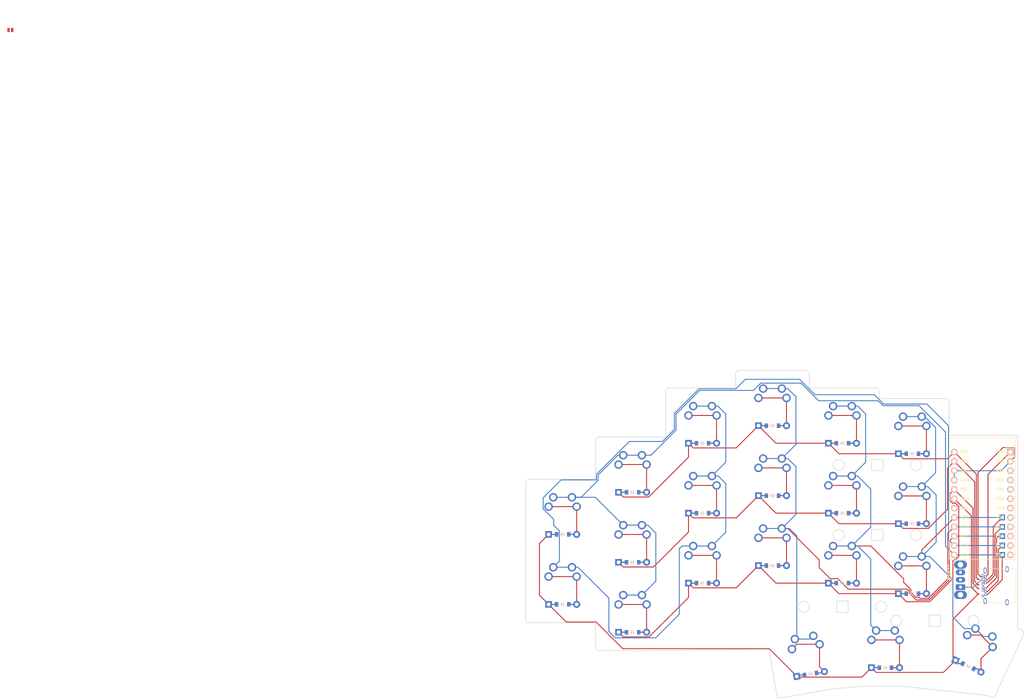
<source format=kicad_pcb>
(kicad_pcb (version 20221018) (generator pcbnew)
  (title_block (title "trone") (rev "v1.0.0") (company "Unknown"))
  (layers (0 "F.Cu" signal) (31 "B.Cu" signal) (34 "B.Paste" user) (35 "F.Paste" user) (36 "B.SilkS" user "B.Silkscreen") (37 "F.SilkS" user "F.Silkscreen") (38 "B.Mask" user) (39 "F.Mask" user) (44 "Edge.Cuts" user))
  (net 0 "")
  (net 1 "P8")
  (net 2 "outer_home")
  (net 3 "P9")
  (net 4 "outer_top")
  (net 5 "pinky_bottom")
  (net 6 "pinky_home")
  (net 7 "pinky_top")
  (net 8 "ring_bottom")
  (net 9 "ring_home")
  (net 10 "ring_top")
  (net 11 "P7")
  (net 12 "middle_bottom")
  (net 13 "middle_home")
  (net 14 "middle_top")
  (net 15 "P6")
  (net 16 "index_bottom")
  (net 17 "index_home")
  (net 18 "index_top")
  (net 19 "P5")
  (net 20 "inner_bottom")
  (net 21 "inner_home")
  (net 22 "inner_top")
  (net 23 "inner_fan")
  (net 24 "home_fan")
  (net 25 "outer_fan")
  (net 26 "P3")
  (net 27 "P2")
  (net 28 "P0")
  (net 29 "P1")
  (net 30 "GND")
  (net 31 "RAW")
  (net 32 "RST")
  (net 33 "VCC")
  (net 34 "P21")
  (net 35 "P20")
  (net 36 "P19")
  (net 37 "P18")
  (net 38 "P15")
  (net 39 "P14")
  (net 40 "P16")
  (net 41 "P10")
  (net 42 "P4")
  (footprint "MX" (layer "F.Cu") (at 226 107.235)
    (fp_text reference "S14" hide)
    (fp_text value "" hide)
  )
  (footprint "ComboDiode" (layer "F.Cu") (at 169 163.57)
    (fp_text reference "D3" hide)
    (fp_text value "" hide)
  )
  (footprint "MX" (layer "F.Cu") (at 226 145.235)
    (fp_text reference "S12" hide)
    (fp_text value "" hide)
  )
  (footprint "MX" (layer "F.Cu") (at 226 126.235)
    (fp_text reference "S13" hide)
    (fp_text value "" hide)
  )
  (footprint "ComboDiode" (layer "F.Cu") (at 226 131.235)
    (fp_text reference "D13" hide)
    (fp_text value "" hide)
  )
  (footprint "ComboDiode" (layer "F.Cu") (at 188 131.235)
    (fp_text reference "D7" hide)
    (fp_text value "" hide)
  )
  (footprint "MX" (layer "F.Cu") (at 169 120.57)
    (fp_text reference "S5" hide)
    (fp_text value "" hide)
  )
  (footprint "ComboDiode" (layer "F.Cu") (at 188 112.235)
    (fp_text reference "D8" hide)
    (fp_text value "" hide)
  )
  (footprint "ComboDiode" (layer "F.Cu") (at 207 145.4725)
    (fp_text reference "D9" hide)
    (fp_text value "" hide)
  )
  (footprint "MX" (layer "F.Cu") (at 207 121.4725)
    (fp_text reference "S10" hide)
    (fp_text value "" hide)
  )
  (footprint "ComboDiode" (layer "F.Cu") (at 150 137)
    (fp_text reference "D2" hide)
    (fp_text value "" hide)
  )
  (footprint "ComboDiode" (layer "F.Cu") (at 245 153.0925)
    (fp_text reference "D15" hide)
    (fp_text value "" hide)
  )
  (footprint "ComboDiode" (layer "F.Cu") (at 226 150.235)
    (fp_text reference "D12" hide)
    (fp_text value "" hide)
  )
  (footprint "ComboDiode" (layer "F.Cu") (at 260.168955 172.800554 -25)
    (fp_text reference "D20" hide)
    (fp_text value "" hide)
  )
  (footprint "MX" (layer "F.Cu") (at 188 126.235)
    (fp_text reference "S7" hide)
    (fp_text value "" hide)
  )
  (footprint "MX" (layer "F.Cu") (at 150 151)
    (fp_text reference "S1" hide)
    (fp_text value "" hide)
  )
  (footprint "ComboDiode" (layer "F.Cu") (at 207 107.4725)
    (fp_text reference "D11" hide)
    (fp_text value "" hide)
  )
  (footprint "ComboDiode" (layer "F.Cu") (at 169 125.57)
    (fp_text reference "D5" hide)
    (fp_text value "" hide)
  )
  (footprint "ComboDiode" (layer "F.Cu") (at 169 144.57)
    (fp_text reference "D4" hide)
    (fp_text value "" hide)
  )
  (footprint "ComboDiode" (layer "F.Cu") (at 245 115.0925)
    (fp_text reference "D17" hide)
    (fp_text value "" hide)
  )
  (footprint "ComboDiode" (layer "F.Cu") (at 217.343241 174.924039 10)
    (fp_text reference "D18" hide)
    (fp_text value "" hide)
  )
  (footprint "MX" (layer "F.Cu") (at 245 148.0925)
    (fp_text reference "S15" hide)
    (fp_text value "" hide)
  )
  (footprint "MX" (layer "F.Cu") (at 188 107.235)
    (fp_text reference "S8" hide)
    (fp_text value "" hide)
  )
  (footprint "Button_Switch_THT:SW_Slide_1P2T_CK_OS102011MS2Q" (layer "F.Cu") (at 258.064 151.32 90)
    (fp_text reference "REF**")
    (fp_text value "SW_Slide_1P2T_CK_OS102011MS2Q")
  )
  (footprint "ComboDiode" (layer "F.Cu") (at 207 126.4725)
    (fp_text reference "D10" hide)
    (fp_text value "" hide)
  )
  (footprint "MX" (layer "F.Cu") (at 237.686347 168.200685)
    (fp_text reference "S19" hide)
    (fp_text value "" hide)
  )
  (footprint "MX" (layer "F.Cu") (at 150 132)
    (fp_text reference "S2" hide)
    (fp_text value "" hide)
  )
  (footprint "MX" (layer "F.Cu") (at 169 139.57)
    (fp_text reference "S4" hide)
    (fp_text value "" hide)
  )
  (footprint "ComboDiode" (layer "F.Cu") (at 188 150.235)
    (fp_text reference "D6" hide)
    (fp_text value "" hide)
  )
  (footprint "MX" (layer "F.Cu") (at 245 129.0925)
    (fp_text reference "S16" hide)
    (fp_text value "" hide)
  )
  (footprint "MX" (layer "F.Cu") (at 216.475 170 10)
    (fp_text reference "S18" hide)
    (fp_text value "" hide)
  )
  (footprint "ComboDiode" (layer "F.Cu") (at 237.686347 173.200685)
    (fp_text reference "D19" hide)
    (fp_text value "" hide)
  )
  (footprint "lib:Jumper" (layer "F.Cu") (at 0 0)
    (fp_text reference "J1" hide)
    (fp_text value "Jumper")
  )
  (footprint "ComboDiode" (layer "F.Cu") (at 150 156)
    (fp_text reference "D1" hide)
    (fp_text value "" hide)
  )
  (footprint "ComboDiode" (layer "F.Cu") (at 226 112.235)
    (fp_text reference "D14" hide)
    (fp_text value "" hide)
  )
  (footprint "MX" (layer "F.Cu") (at 188 145.235)
    (fp_text reference "S6" hide)
    (fp_text value "" hide)
  )
  (footprint "ProMicro" (layer "F.Cu") (at 264 128.5925 -90)
    (fp_text reference "MCU1" hide)
    (fp_text value "" hide)
  )
  (footprint "MX" (layer "F.Cu") (at 207 140.4725)
    (fp_text reference "S9" hide)
    (fp_text value "" hide)
  )
  (footprint "ComboDiode" (layer "F.Cu") (at 245 134.0925)
    (fp_text reference "D16" hide)
    (fp_text value "" hide)
  )
  (footprint "MX" (layer "F.Cu") (at 207 102.4725)
    (fp_text reference "S11" hide)
    (fp_text value "" hide)
  )
  (footprint "MX" (layer "F.Cu") (at 169 158.57)
    (fp_text reference "S3" hide)
    (fp_text value "" hide)
  )
  (footprint "MX" (layer "F.Cu") (at 245 110.0925)
    (fp_text reference "S17" hide)
    (fp_text value "" hide)
  )
  (footprint "MX" (layer "F.Cu") (at 262.282046 168.269015 -25)
    (fp_text reference "S20" hide)
    (fp_text value "" hide)
  )
  (footprint "AMPHENOL_12401548E4#2A" (layer "F.Cu") (at 267.86 150.95 90)
    (fp_text reference "USBC1" hide)
    (fp_text value "")
    (fp_line (start 3.45 -4.015) (end 3.75 -4.015) (stroke (width 0.01)) (layer "Edge.Cuts"))
    (fp_line (start 3.75 -4.665) (end 3.45 -4.665) (stroke (width 0.01)) (layer "Edge.Cuts"))
    (fp_arc (start 3.125 -4.34) (mid 3.22019 -4.56981) (end 3.45 -4.665) (stroke (width 0.01)) (layer "Edge.Cuts"))
    (fp_arc (start 3.45 -4.015) (mid 3.22019 -4.11019) (end 3.125 -4.34) (stroke (width 0.01)) (layer "Edge.Cuts"))
    (fp_arc (start 3.75 -4.665) (mid 3.97981 -4.56981) (end 4.075 -4.34) (stroke (width 0.01)) (layer "Edge.Cuts"))
    (fp_arc (start 4.075 -4.34) (mid 3.97981 -4.11019) (end 3.75 -4.015) (stroke (width 0.01)) (layer "Edge.Cuts"))
  )
  (gr_line (start 252.646 162.025) (end 252.646 158.925) (stroke (width 0.15)) (layer "Edge.Cuts"))
  (gr_line (start 206.010498 168.240565) (end 208.189756 180.599752) (stroke (width 0.15)) (layer "Edge.Cuts"))
  (gr_arc (start 141 161) (mid 140.292893 160.707107) (end 140 160) (stroke (width 0.15)) (layer "Edge.Cuts"))
  (gr_line (start 140 123) (end 140 141) (stroke (width 0.15)) (layer "Edge.Cuts"))
  (gr_line (start 227.55 158.215) (end 227.55 155.115) (stroke (width 0.15)) (layer "Edge.Cuts"))
  (gr_line (start 216 92.4725) (end 198 92.4725) (stroke (width 0.15)) (layer "Edge.Cuts"))
  (gr_line (start 237.05 135.61375) (end 233.95 135.61375) (stroke (width 0.15)) (layer "Edge.Cuts"))
  (gr_line (start 237.05 119.71375) (end 237.05 116.61375) (stroke (width 0.15)) (layer "Edge.Cuts"))
  (gr_arc (start 159 111.57) (mid 159.292893 110.862893) (end 160 110.57) (stroke (width 0.15)) (layer "Edge.Cuts"))
  (gr_line (start 178 98.235) (end 178 110.57) (stroke (width 0.15)) (layer "Edge.Cuts"))
  (gr_line (start 236 100.0925) (end 236 98.235) (stroke (width 0.15)) (layer "Edge.Cuts"))
  (gr_line (start 159 111.57) (end 159 122) (stroke (width 0.15)) (layer "Edge.Cuts"))
  (gr_circle (center 225 137.16375) (end 226.5 137.16375) (stroke (width 0.15)) (fill none) (layer "Edge.Cuts"))
  (gr_line (start 197 97.235) (end 179 97.235) (stroke (width 0.15)) (layer "Edge.Cuts"))
  (gr_line (start 141 161) (end 159 161) (stroke (width 0.15)) (layer "Edge.Cuts"))
  (gr_circle (center 225 118.16375) (end 226.5 118.16375) (stroke (width 0.15)) (fill none) (layer "Edge.Cuts"))
  (gr_line (start 197 93.4725) (end 197 97.235) (stroke (width 0.15)) (layer "Edge.Cuts"))
  (gr_line (start 159 161) (end 159 167.57) (stroke (width 0.15)) (layer "Edge.Cuts"))
  (gr_line (start 227.55 155.115) (end 224.45 155.115) (stroke (width 0.15)) (layer "Edge.Cuts"))
  (gr_line (start 255 110.0925) (end 255 101.0925) (stroke (width 0.15)) (layer "Edge.Cuts"))
  (gr_arc (start 274.665 163.009502) (mid 275.182074 163.57379) (end 275.148688 164.338428) (stroke (width 0.15)) (layer "Edge.Cuts"))
  (gr_arc (start 235 97.235) (mid 235.707107 97.527893) (end 236 98.235) (stroke (width 0.15)) (layer "Edge.Cuts"))
  (gr_line (start 169 168.6665) (end 169 168.57) (stroke (width 0.15)) (layer "Edge.Cuts"))
  (gr_line (start 177.38511 168.57) (end 169 168.6665) (stroke (width 0.15)) (layer "Edge.Cuts"))
  (gr_arc (start 216 92.4725) (mid 216.707107 92.765393) (end 217 93.4725) (stroke (width 0.15)) (layer "Edge.Cuts"))
  (gr_line (start 265.419804 180.765955) (end 266.212634 181.135657) (stroke (width 0.15)) (layer "Edge.Cuts"))
  (gr_circle (center 261.596 160.475) (end 263.096 160.475) (stroke (width 0.15)) (fill none) (layer "Edge.Cuts"))
  (gr_circle (center 240.596 160.475) (end 242.096 160.475) (stroke (width 0.15)) (fill none) (layer "Edge.Cuts"))
  (gr_line (start 178 110.57) (end 160 110.57) (stroke (width 0.15)) (layer "Edge.Cuts"))
  (gr_arc (start 140.133975 141.5) (mid 140.034075 141.258819) (end 140 141) (stroke (width 0.15)) (layer "Edge.Cuts"))
  (gr_line (start 274.664999 163.009502) (end 273.575 162.501227) (stroke (width 0.15)) (layer "Edge.Cuts"))
  (gr_circle (center 246 118.16375) (end 247.5 118.16375) (stroke (width 0.15)) (fill none) (layer "Edge.Cuts"))
  (gr_arc (start 197 93.4725) (mid 197.292893 92.765393) (end 198 92.4725) (stroke (width 0.15)) (layer "Edge.Cuts"))
  (gr_line (start 249.546 162.025) (end 252.646 162.025) (stroke (width 0.15)) (layer "Edge.Cuts"))
  (gr_line (start 237.05 138.71375) (end 237.05 135.61375) (stroke (width 0.15)) (layer "Edge.Cuts"))
  (gr_line (start 177.38511 168.57) (end 178 168.57) (stroke (width 0.15)) (layer "Edge.Cuts"))
  (gr_line (start 160 168.57) (end 169 168.57) (stroke (width 0.15)) (layer "Edge.Cuts"))
  (gr_line (start 237.05 116.61375) (end 233.95 116.61375) (stroke (width 0.15)) (layer "Edge.Cuts"))
  (gr_line (start 235 97.235) (end 217 97.235) (stroke (width 0.15)) (layer "Edge.Cuts"))
  (gr_line (start 233.95 119.71375) (end 237.05 119.71375) (stroke (width 0.15)) (layer "Edge.Cuts"))
  (gr_line (start 233.95 138.71375) (end 237.05 138.71375) (stroke (width 0.15)) (layer "Edge.Cuts"))
  (gr_line (start 232.071885 178.200685) (end 242.019315 178.200685) (stroke (width 0.15)) (layer "Edge.Cuts"))
  (gr_arc (start 267.54156 180.651968) (mid 266.977272 181.169042) (end 266.212633 181.135657) (stroke (width 0.15)) (layer "Edge.Cuts"))
  (gr_arc (start 209.348213 181.410911) (mid 208.600988 181.245256) (end 208.189756 180.599752) (stroke (width 0.15)) (layer "Edge.Cuts"))
  (gr_line (start 209.348212 181.410911) (end 223.387464 178.935412) (stroke (width 0.15)) (layer "Edge.Cuts"))
  (gr_line (start 249.546 158.925) (end 249.546 162.025) (stroke (width 0.15)) (layer "Edge.Cuts"))
  (gr_line (start 273.575 110.0925) (end 273.575 162.501227) (stroke (width 0.15)) (layer "Edge.Cuts"))
  (gr_line (start 224.45 155.115) (end 224.45 158.215) (stroke (width 0.15)) (layer "Edge.Cuts"))
  (gr_line (start 265.419804 180.765955) (end 242.019315 178.200685) (stroke (width 0.15)) (layer "Edge.Cuts"))
  (gr_line (start 217 97.235) (end 217 93.4725) (stroke (width 0.15)) (layer "Edge.Cuts"))
  (gr_line (start 233.95 135.61375) (end 233.95 138.71375) (stroke (width 0.15)) (layer "Edge.Cuts"))
  (gr_line (start 254 100.0925) (end 236 100.0925) (stroke (width 0.15)) (layer "Edge.Cuts"))
  (gr_line (start 140 142) (end 140 160) (stroke (width 0.15)) (layer "Edge.Cuts"))
  (gr_line (start 206.010498 168.240565) (end 178.130721 168.561419) (stroke (width 0.15)) (layer "Edge.Cuts"))
  (gr_circle (center 246 137.16375) (end 247.5 137.16375) (stroke (width 0.15)) (fill none) (layer "Edge.Cuts"))
  (gr_arc (start 140 142) (mid 140.034074 141.741181) (end 140.133975 141.5) (stroke (width 0.15)) (layer "Edge.Cuts"))
  (gr_arc (start 160 168.57) (mid 159.292893 168.277107) (end 159 167.57) (stroke (width 0.15)) (layer "Edge.Cuts"))
  (gr_line (start 267.54156 180.651968) (end 275.148688 164.338428) (stroke (width 0.15)) (layer "Edge.Cuts"))
  (gr_line (start 159 122) (end 141 122) (stroke (width 0.15)) (layer "Edge.Cuts"))
  (gr_circle (center 215.5 156.665) (end 217 156.665) (stroke (width 0.15)) (fill none) (layer "Edge.Cuts"))
  (gr_line (start 233.95 116.61375) (end 233.95 119.71375) (stroke (width 0.15)) (layer "Edge.Cuts"))
  (gr_arc (start 178.130721 168.561419) (mid 178.065501 168.567852) (end 178 168.57) (stroke (width 0.15)) (layer "Edge.Cuts"))
  (gr_line (start 252.646 158.925) (end 249.546 158.925) (stroke (width 0.15)) (layer "Edge.Cuts"))
  (gr_arc (start 254 100.0925) (mid 254.707107 100.385393) (end 255 101.0925) (stroke (width 0.15)) (layer "Edge.Cuts"))
  (gr_arc (start 178 98.235) (mid 178.292893 97.527893) (end 179 97.235) (stroke (width 0.15)) (layer "Edge.Cuts"))
  (gr_line (start 255 110.0925) (end 273.575 110.0925) (stroke (width 0.15)) (layer "Edge.Cuts"))
  (gr_line (start 232.071885 178.200685) (end 223.387464 178.935412) (stroke (width 0.15)) (layer "Edge.Cuts"))
  (gr_arc (start 140 123) (mid 140.292893 122.292893) (end 141 122) (stroke (width 0.15)) (layer "Edge.Cuts"))
  (gr_circle (center 236.5 156.665) (end 238 156.665) (stroke (width 0.15)) (fill none) (layer "Edge.Cuts"))
  (gr_line (start 224.45 158.215) (end 227.55 158.215) (stroke (width 0.15)) (layer "Edge.Cuts"))
  (segment (start 264.87 152.55) (end 265.364974 152.55) (width 0.25) (layer "F.Cu") (net 1))
  (segment (start 265.364974 152.55) (end 268.313 149.601974) (width 0.25) (layer "F.Cu") (net 1))
  (segment (start 268.313 141.1095) (end 269.4 140.0225) (width 0.25) (layer "F.Cu") (net 1))
  (segment (start 268.313 149.601974) (end 268.313 141.1095) (width 0.25) (layer "F.Cu") (net 1))
  (segment (start 194.3059 136.3891) (end 190.54 140.155) (width 0.25) (layer "B.Cu") (net 1))
  (segment (start 185.46 121.155) (end 190.54 121.155) (width 0.25) (layer "B.Cu") (net 1))
  (segment (start 190.54 121.155) (end 192.275 121.155) (width 0.25) (layer "B.Cu") (net 1))
  (segment (start 197.082843 97.435) (end 199.637843 94.88) (width 0.25) (layer "B.Cu") (net 1))
  (segment (start 149.125 144.255) (end 149.125 136.075) (width 0.25) (layer "B.Cu") (net 1))
  (segment (start 144.722 130.068066) (end 144.722 127.058) (width 0.25) (layer "B.Cu") (net 1))
  (segment (start 149.125 136.075) (end 147.575 134.525) (width 0.25) (layer "B.Cu") (net 1))
  (segment (start 248.92 101.6) (end 254.8 107.48) (width 0.25) (layer "B.Cu") (net 1))
  (segment (start 162.56 154.323554) (end 162.56 163.368) (width 0.25) (layer "B.Cu") (net 1))
  (segment (start 194.3059 104.304454) (end 194.3059 117.3891) (width 0.25) (layer "B.Cu") (net 1))
  (segment (start 214.362157 94.88) (end 218.542157 99.06) (width 0.25) (layer "B.Cu") (net 1))
  (segment (start 185.46 102.155) (end 190.54 102.155) (width 0.25) (layer "B.Cu") (net 1))
  (segment (start 194.3059 123.1859) (end 194.3059 136.3891) (width 0.25) (layer "B.Cu") (net 1))
  (segment (start 256.38 140.0225) (end 269.4 140.0225) (width 0.25) (layer "B.Cu") (net 1))
  (segment (start 185.46 140.155) (end 190.54 140.155) (width 0.25) (layer "B.Cu") (net 1))
  (segment (start 177.092843 111.76) (end 180.34 108.512843) (width 0.25) (layer "B.Cu") (net 1))
  (segment (start 181.6941 158.6659) (end 181.6941 140.8859) (width 0.25) (layer "B.Cu") (net 1))
  (segment (start 175.26 165.1) (end 181.6941 158.6659) (width 0.25) (layer "B.Cu") (net 1))
  (segment (start 182.425 140.155) (end 185.46 140.155) (width 0.25) (layer "B.Cu") (net 1))
  (segment (start 147.575 132.921066) (end 144.722 130.068066) (width 0.25) (layer "B.Cu") (net 1))
  (segment (start 190.54 102.155) (end 192.156446 102.155) (width 0.25) (layer "B.Cu") (net 1))
  (segment (start 168.113934 111.76) (end 177.092843 111.76) (width 0.25) (layer "B.Cu") (net 1))
  (segment (start 164.292 165.1) (end 175.26 165.1) (width 0.25) (layer "B.Cu") (net 1))
  (segment (start 144.722 127.058) (end 149.58 122.2) (width 0.25) (layer "B.Cu") (net 1))
  (segment (start 180.34 108.512843) (end 180.34 104.14) (width 0.25) (layer "B.Cu") (net 1))
  (segment (start 159.2 120.673934) (end 168.113934 111.76) (width 0.25) (layer "B.Cu") (net 1))
  (segment (start 147.575 134.525) (end 147.575 132.921066) (width 0.25) (layer "B.Cu") (net 1))
  (segment (start 194.3059 117.3891) (end 190.54 121.155) (width 0.25) (layer "B.Cu") (net 1))
  (segment (start 152.54 145.92) (end 154.156446 145.92) (width 0.25) (layer "B.Cu") (net 1))
  (segment (start 159.2 122.082843) (end 159.2 120.673934) (width 0.25) (layer "B.Cu") (net 1))
  (segment (start 180.34 104.14) (end 187.045 97.435) (width 0.25) (layer "B.Cu") (net 1))
  (segment (start 234.684657 99.06) (end 237.224657 101.6) (width 0.25) (layer "B.Cu") (net 1))
  (segment (start 181.6941 140.8859) (end 182.425 140.155) (width 0.25) (layer "B.Cu") (net 1))
  (segment (start 218.542157 99.06) (end 234.684657 99.06) (width 0.25) (layer "B.Cu") (net 1))
  (segment (start 159.082843 122.2) (end 159.2 122.082843) (width 0.25) (layer "B.Cu") (net 1))
  (segment (start 254.8 107.48) (end 254.8 138.4425) (width 0.25) (layer "B.Cu") (net 1))
  (segment (start 192.156446 102.155) (end 194.3059 104.304454) (width 0.25) (layer "B.Cu") (net 1))
  (segment (start 187.045 97.435) (end 197.082843 97.435) (width 0.25) (layer "B.Cu") (net 1))
  (segment (start 254.8 138.4425) (end 256.38 140.0225) (width 0.25) (layer "B.Cu") (net 1))
  (segment (start 192.275 121.155) (end 194.3059 123.1859) (width 0.25) (layer "B.Cu") (net 1))
  (segment (start 199.637843 94.88) (end 214.362157 94.88) (width 0.25) (layer "B.Cu") (net 1))
  (segment (start 147.46 145.92) (end 152.54 145.92) (width 0.25) (layer "B.Cu") (net 1))
  (segment (start 147.46 145.92) (end 149.125 144.255) (width 0.25) (layer "B.Cu") (net 1))
  (segment (start 162.56 163.368) (end 164.292 165.1) (width 0.25) (layer "B.Cu") (net 1))
  (segment (start 237.224657 101.6) (end 248.92 101.6) (width 0.25) (layer "B.Cu") (net 1))
  (segment (start 149.58 122.2) (end 159.082843 122.2) (width 0.25) (layer "B.Cu") (net 1))
  (segment (start 154.156446 145.92) (end 162.56 154.323554) (width 0.25) (layer "B.Cu") (net 1))
  (segment (start 151.65 156) (end 153.81 156) (width 0.25) (layer "F.Cu") (net 2))
  (segment (start 146.19 148.46) (end 153.81 148.46) (width 0.25) (layer "F.Cu") (net 2))
  (segment (start 153.81 156) (end 153.81 148.46) (width 0.25) (layer "F.Cu") (net 2))
  (segment (start 151.65 156) (end 153.81 156) (width 0.25) (layer "B.Cu") (net 2))
  (segment (start 265.364974 153.35) (end 269.4 149.314974) (width 0.25) (layer "F.Cu") (net 3))
  (segment (start 269.4 149.314974) (end 269.4 142.5625) (width 0.25) (layer "F.Cu") (net 3))
  (segment (start 264.87 153.35) (end 265.364974 153.35) (width 0.25) (layer "F.Cu") (net 3))
  (segment (start 246.829501 102.049501) (end 254 109.22) (width 0.25) (layer "B.Cu") (net 3))
  (segment (start 175.3059 136.639454) (end 175.3059 149.7241) (width 0.25) (layer "B.Cu") (net 3))
  (segment (start 166.46 115.49) (end 165.019624 115.49) (width 0.25) (layer "B.Cu") (net 3))
  (segment (start 166.46 134.49) (end 171.54 134.49) (width 0.25) (layer "B.Cu") (net 3))
  (segment (start 180.789501 104.326189) (end 187.231189 97.884501) (width 0.25) (layer "B.Cu") (net 3))
  (segment (start 155.02 126.92) (end 152.54 126.92) (width 0.25) (layer "B.Cu") (net 3))
  (segment (start 254 109.22) (end 254 140.1825) (width 0.25) (layer "B.Cu") (net 3))
  (segment (start 171.54 134.49) (end 173.156446 134.49) (width 0.25) (layer "B.Cu") (net 3))
  (segment (start 187.231189 97.884501) (end 201.835499 97.884501) (width 0.25) (layer "B.Cu") (net 3))
  (segment (start 175.3059 149.7241) (end 171.54 153.49) (width 0.25) (layer "B.Cu") (net 3))
  (segment (start 158.89 126.92) (end 166.46 134.49) (width 0.25) (layer "B.Cu") (net 3))
  (segment (start 173.156446 134.49) (end 175.3059 136.639454) (width 0.25) (layer "B.Cu") (net 3))
  (segment (start 256.38 142.5625) (end 269.4 142.5625) (width 0.25) (layer "B.Cu") (net 3))
  (segment (start 165.019624 115.49) (end 159.649501 120.860123) (width 0.25) (layer "B.Cu") (net 3))
  (segment (start 166.46 115.49) (end 171.54 115.49) (width 0.25) (layer "B.Cu") (net 3))
  (segment (start 214.770967 95.9245) (end 219.533467 100.687) (width 0.25) (layer "B.Cu") (net 3))
  (segment (start 159.649501 120.860123) (end 159.649501 122.290499) (width 0.25) (layer "B.Cu") (net 3))
  (segment (start 201.835499 97.884501) (end 203.7955 95.9245) (width 0.25) (layer "B.Cu") (net 3))
  (segment (start 166.46 153.49) (end 171.54 153.49) (width 0.25) (layer "B.Cu") (net 3))
  (segment (start 237.038468 102.049501) (end 246.829501 102.049501) (width 0.25) (layer "B.Cu") (net 3))
  (segment (start 254 140.1825) (end 256.38 142.5625) (width 0.25) (layer "B.Cu") (net 3))
  (segment (start 171.54 115.49) (end 173.998533 115.49) (width 0.25) (layer "B.Cu") (net 3))
  (segment (start 203.7955 95.9245) (end 214.770967 95.9245) (width 0.25) (layer "B.Cu") (net 3))
  (segment (start 219.533467 100.687) (end 235.675967 100.687) (width 0.25) (layer "B.Cu") (net 3))
  (segment (start 147.46 126.92) (end 152.54 126.92) (width 0.25) (layer "B.Cu") (net 3))
  (segment (start 180.789501 108.699032) (end 180.789501 104.326189) (width 0.25) (layer "B.Cu") (net 3))
  (segment (start 152.54 126.92) (end 158.89 126.92) (width 0.25) (layer "B.Cu") (net 3))
  (segment (start 159.649501 122.290499) (end 155.02 126.92) (width 0.25) (layer "B.Cu") (net 3))
  (segment (start 173.998533 115.49) (end 180.789501 108.699032) (width 0.25) (layer "B.Cu") (net 3))
  (segment (start 235.675967 100.687) (end 237.038468 102.049501) (width 0.25) (layer "B.Cu") (net 3))
  (segment (start 146.19 129.46) (end 153.81 129.46) (width 0.25) (layer "F.Cu") (net 4))
  (segment (start 151.65 137) (end 153.81 137) (width 0.25) (layer "F.Cu") (net 4))
  (segment (start 153.81 137) (end 153.81 129.46) (width 0.25) (layer "F.Cu") (net 4))
  (segment (start 151.65 137) (end 153.81 137) (width 0.25) (layer "B.Cu") (net 4))
  (segment (start 165.19 156.03) (end 172.81 156.03) (width 0.25) (layer "F.Cu") (net 5))
  (segment (start 170.65 163.57) (end 172.81 163.57) (width 0.25) (layer "F.Cu") (net 5))
  (segment (start 172.81 156.03) (end 172.81 163.57) (width 0.25) (layer "F.Cu") (net 5))
  (segment (start 170.65 163.57) (end 172.81 163.57) (width 0.25) (layer "B.Cu") (net 5))
  (segment (start 172.81 137.03) (end 172.81 144.57) (width 0.25) (layer "F.Cu") (net 6))
  (segment (start 170.65 144.57) (end 172.81 144.57) (width 0.25) (layer "F.Cu") (net 6))
  (segment (start 165.19 137.03) (end 172.81 137.03) (width 0.25) (layer "F.Cu") (net 6))
  (segment (start 170.65 144.57) (end 172.81 144.57) (width 0.25) (layer "B.Cu") (net 6))
  (segment (start 165.19 118.03) (end 172.81 118.03) (width 0.25) (layer "F.Cu") (net 7))
  (segment (start 170.65 125.57) (end 172.81 125.57) (width 0.25) (layer "F.Cu") (net 7))
  (segment (start 172.81 118.03) (end 172.81 125.57) (width 0.25) (layer "F.Cu") (net 7))
  (segment (start 170.65 125.57) (end 172.81 125.57) (width 0.25) (layer "B.Cu") (net 7))
  (segment (start 189.65 150.235) (end 191.81 150.235) (width 0.25) (layer "F.Cu") (net 8))
  (segment (start 191.81 150.235) (end 191.81 142.695) (width 0.25) (layer "F.Cu") (net 8))
  (segment (start 184.19 142.695) (end 191.81 142.695) (width 0.25) (layer "F.Cu") (net 8))
  (segment (start 189.65 150.235) (end 191.81 150.235) (width 0.25) (layer "B.Cu") (net 8))
  (segment (start 191.81 131.235) (end 191.81 123.695) (width 0.25) (layer "F.Cu") (net 9))
  (segment (start 184.19 123.695) (end 191.81 123.695) (width 0.25) (layer "F.Cu") (net 9))
  (segment (start 189.65 131.235) (end 191.81 131.235) (width 0.25) (layer "F.Cu") (net 9))
  (segment (start 189.65 131.235) (end 191.81 131.235) (width 0.25) (layer "B.Cu") (net 9))
  (segment (start 189.65 112.235) (end 191.81 112.235) (width 0.25) (layer "F.Cu") (net 10))
  (segment (start 191.81 112.235) (end 191.81 104.695) (width 0.25) (layer "F.Cu") (net 10))
  (segment (start 184.19 104.695) (end 191.81 104.695) (width 0.25) (layer "F.Cu") (net 10))
  (segment (start 189.65 112.235) (end 191.81 112.235) (width 0.25) (layer "B.Cu") (net 10))
  (segment (start 244.125 152.903896) (end 246.040605 154.819501) (width 0.25) (layer "F.Cu") (net 11))
  (segment (start 219.6941 146.0341) (end 222.681 149.021) (width 0.25) (layer "F.Cu") (net 11))
  (segment (start 255.074499 138.788001) (end 256.38 137.4825) (width 0.25) (layer "F.Cu") (net 11))
  (segment (start 222.681 149.021) (end 224.736 149.021) (width 0.25) (layer "F.Cu") (net 11))
  (segment (start 255.074499 149.270349) (end 255.074499 138.788001) (width 0.25) (layer "F.Cu") (net 11))
  (segment (start 211.156446 135.3925) (end 219.6941 143.930154) (width 0.25) (layer "F.Cu") (net 11))
  (segment (start 246.040605 154.819501) (end 249.525347 154.819501) (width 0.25) (layer "F.Cu") (net 11))
  (segment (start 267.863499 138.007001) (end 268.388 137.4825) (width 0.25) (layer "F.Cu") (net 11))
  (segment (start 268.388 137.4825) (end 269.4 137.4825) (width 0.25) (layer "F.Cu") (net 11))
  (segment (start 227.5935 151.8785) (end 243.551 151.8785) (width 0.25) (layer "F.Cu") (net 11))
  (segment (start 219.6941 143.930154) (end 219.6941 146.0341) (width 0.25) (layer "F.Cu") (net 11))
  (segment (start 244.125 152.1675) (end 244.125 152.903896) (width 0.25) (layer "F.Cu") (net 11))
  (segment (start 224.736 149.021) (end 227.5935 151.8785) (width 0.25) (layer "F.Cu") (net 11))
  (segment (start 264.87 151.75) (end 267.863499 148.756501) (width 0.25) (layer "F.Cu") (net 11))
  (segment (start 243.84 152.1675) (end 244.125 152.1675) (width 0.25) (layer "F.Cu") (net 11))
  (segment (start 267.863499 148.756501) (end 267.863499 138.007001) (width 0.25) (layer "F.Cu") (net 11))
  (segment (start 243.551 151.8785) (end 243.84 152.1675) (width 0.25) (layer "F.Cu") (net 11))
  (segment (start 209.54 135.3925) (end 211.156446 135.3925) (width 0.25) (layer "F.Cu") (net 11))
  (segment (start 249.525347 154.819501) (end 255.074499 149.270349) (width 0.25) (layer "F.Cu") (net 11))
  (segment (start 213.091456 165.438243) (end 217.212146 165.438243) (width 0.25) (layer "B.Cu") (net 11))
  (segment (start 256.38 137.4825) (end 269.4 137.4825) (width 0.25) (layer "B.Cu") (net 11))
  (segment (start 204.46 116.3925) (end 209.54 116.3925) (width 0.25) (layer "B.Cu") (net 11))
  (segment (start 213.598847 164.930852) (end 213.091456 165.438243) (width 0.25) (layer "B.Cu") (net 11))
  (segment (start 209.54 97.3925) (end 211.156446 97.3925) (width 0.25) (layer "B.Cu") (net 11))
  (segment (start 213.36 131.5725) (end 209.54 135.3925) (width 0.25) (layer "B.Cu") (net 11))
  (segment (start 209.54 135.3925) (end 211.5925 135.3925) (width 0.25) (layer "B.Cu") (net 11))
  (segment (start 209.54 116.3925) (end 211.156446 116.3925) (width 0.25) (layer "B.Cu") (net 11))
  (segment (start 213.36 99.596054) (end 213.36 112.5725) (width 0.25) (layer "B.Cu") (net 11))
  (segment (start 211.156446 116.3925) (end 213.36 118.596054) (width 0.25) (layer "B.Cu") (net 11))
  (segment (start 204.46 135.3925) (end 209.54 135.3925) (width 0.25) (layer "B.Cu") (net 11))
  (segment (start 211.156446 97.3925) (end 213.36 99.596054) (width 0.25) (layer "B.Cu") (net 11))
  (segment (start 213.36 112.5725) (end 209.54 116.3925) (width 0.25) (layer "B.Cu") (net 11))
  (segment (start 213.36 118.596054) (end 213.36 131.5725) (width 0.25) (layer "B.Cu") (net 11))
  (segment (start 211.5925 135.3925) (end 213.598847 137.398847) (width 0.25) (layer "B.Cu") (net 11))
  (segment (start 204.46 97.3925) (end 209.54 97.3925) (width 0.25) (layer "B.Cu") (net 11))
  (segment (start 213.598847 137.398847) (end 213.598847 164.930852) (width 0.25) (layer "B.Cu") (net 11))
  (segment (start 217.212146 165.438243) (end 218.094279 164.55611) (width 0.25) (layer "B.Cu") (net 11))
  (segment (start 203.19 137.9325) (end 210.81 137.9325) (width 0.25) (layer "F.Cu") (net 12))
  (segment (start 208.65 145.4725) (end 210.81 145.4725) (width 0.25) (layer "F.Cu") (net 12))
  (segment (start 210.81 137.9325) (end 210.81 145.4725) (width 0.25) (layer "F.Cu") (net 12))
  (segment (start 208.65 145.4725) (end 210.81 145.4725) (width 0.25) (layer "B.Cu") (net 12))
  (segment (start 208.65 126.4725) (end 210.81 126.4725) (width 0.25) (layer "F.Cu") (net 13))
  (segment (start 210.81 118.9325) (end 210.81 126.4725) (width 0.25) (layer "F.Cu") (net 13))
  (segment (start 203.19 118.9325) (end 210.81 118.9325) (width 0.25) (layer "F.Cu") (net 13))
  (segment (start 208.65 126.4725) (end 210.81 126.4725) (width 0.25) (layer "B.Cu") (net 13))
  (segment (start 210.81 99.9325) (end 210.81 107.4725) (width 0.25) (layer "F.Cu") (net 14))
  (segment (start 203.19 99.9325) (end 210.81 99.9325) (width 0.25) (layer "F.Cu") (net 14))
  (segment (start 208.65 107.4725) (end 210.81 107.4725) (width 0.25) (layer "F.Cu") (net 14))
  (segment (start 208.65 107.4725) (end 210.81 107.4725) (width 0.25) (layer "B.Cu") (net 14))
  (segment (start 228.54 140.155) (end 233.716434 140.155) (width 0.25) (layer "F.Cu") (net 15))
  (segment (start 264.87 150.15) (end 265.364974 150.15) (width 0.25) (layer "F.Cu") (net 15))
  (segment (start 254.624998 136.697502) (end 256.38 134.9425) (width 0.25) (layer "F.Cu") (net 15))
  (segment (start 249.339158 154.37) (end 254.624998 149.08416) (width 0.25) (layer "F.Cu") (net 15))
  (segment (start 244.574501 152.717001) (end 245.898498 154.040998) (width 0.25) (layer "F.Cu") (net 15))
  (segment (start 242.6311 149.069666) (end 242.6311 150.03791) (width 0.25) (layer "F.Cu") (net 15))
  (segment (start 254.624998 149.08416) (end 254.624998 136.697502) (width 0.25) (layer "F.Cu") (net 15))
  (segment (start 245.898498 154.040998) (end 246.752378 154.040998) (width 0.25) (layer "F.Cu") (net 15))
  (segment (start 247.08138 154.37) (end 249.339158 154.37) (width 0.25) (layer "F.Cu") (net 15))
  (segment (start 246.752378 154.040998) (end 247.08138 154.37) (width 0.25) (layer "F.Cu") (net 15))
  (segment (start 267.413998 148.100976) (end 267.413998 136.928502) (width 0.25) (layer "F.Cu") (net 15))
  (segment (start 242.6311 150.03791) (end 244.574501 151.981311) (width 0.25) (layer "F.Cu") (net 15))
  (segment (start 267.413998 136.928502) (end 269.4 134.9425) (width 0.25) (layer "F.Cu") (net 15))
  (segment (start 265.364974 150.15) (end 267.413998 148.100976) (width 0.25) (layer "F.Cu") (net 15))
  (segment (start 244.574501 151.981311) (end 244.574501 152.717001) (width 0.25) (layer "F.Cu") (net 15))
  (segment (start 233.716434 140.155) (end 242.6311 149.069666) (width 0.25) (layer "F.Cu") (net 15))
  (segment (start 232.3059 117.3891) (end 228.54 121.155) (width 0.25) (layer "B.Cu") (net 15))
  (segment (start 256.38 134.9425) (end 269.4 134.9425) (width 0.25) (layer "B.Cu") (net 15))
  (segment (start 233.68 135.015) (end 228.54 140.155) (width 0.25) (layer "B.Cu") (net 15))
  (segment (start 233.68 161.654338) (end 235.146347 163.120685) (width 0.25) (layer "B.Cu") (net 15))
  (segment (start 228.54 140.155) (end 230.156446 140.155) (width 0.25) (layer "B.Cu") (net 15))
  (segment (start 230.156446 140.155) (end 233.68 143.678554) (width 0.25) (layer "B.Cu") (net 15))
  (segment (start 232.3059 104.304454) (end 232.3059 117.3891) (width 0.25) (layer "B.Cu") (net 15))
  (segment (start 233.68 143.678554) (end 233.68 161.654338) (width 0.25) (layer "B.Cu") (net 15))
  (segment (start 230.156446 121.155) (end 233.68 124.678554) (width 0.25) (layer "B.Cu") (net 15))
  (segment (start 235.146347 163.120685) (end 240.226347 163.120685) (width 0.25) (layer "B.Cu") (net 15))
  (segment (start 223.46 140.155) (end 228.54 140.155) (width 0.25) (layer "B.Cu") (net 15))
  (segment (start 230.156446 102.155) (end 232.3059 104.304454) (width 0.25) (layer "B.Cu") (net 15))
  (segment (start 228.54 102.155) (end 230.156446 102.155) (width 0.25) (layer "B.Cu") (net 15))
  (segment (start 228.54 121.155) (end 230.156446 121.155) (width 0.25) (layer "B.Cu") (net 15))
  (segment (start 223.46 121.155) (end 228.54 121.155) (width 0.25) (layer "B.Cu") (net 15))
  (segment (start 233.68 124.678554) (end 233.68 135.015) (width 0.25) (layer "B.Cu") (net 15))
  (segment (start 223.46 102.155) (end 228.54 102.155) (width 0.25) (layer "B.Cu") (net 15))
  (segment (start 229.81 150.235) (end 229.81 142.695) (width 0.25) (layer "F.Cu") (net 16))
  (segment (start 222.19 142.695) (end 229.81 142.695) (width 0.25) (layer "F.Cu") (net 16))
  (segment (start 227.65 150.235) (end 229.81 150.235) (width 0.25) (layer "F.Cu") (net 16))
  (segment (start 227.65 150.235) (end 229.81 150.235) (width 0.25) (layer "B.Cu") (net 16))
  (segment (start 229.81 131.235) (end 229.81 123.695) (width 0.25) (layer "F.Cu") (net 17))
  (segment (start 227.65 131.235) (end 229.81 131.235) (width 0.25) (layer "F.Cu") (net 17))
  (segment (start 222.19 123.695) (end 229.81 123.695) (width 0.25) (layer "F.Cu") (net 17))
  (segment (start 227.65 131.235) (end 229.81 131.235) (width 0.2) (layer "B.Cu") (net 17))
  (segment (start 229.81 112.235) (end 229.81 104.695) (width 0.25) (layer "F.Cu") (net 18))
  (segment (start 222.19 104.695) (end 229.81 104.695) (width 0.25) (layer "F.Cu") (net 18))
  (segment (start 227.65 112.235) (end 229.81 112.235) (width 0.25) (layer "F.Cu") (net 18))
  (segment (start 227.65 112.235) (end 229.81 112.235) (width 0.25) (layer "B.Cu") (net 18))
  (segment (start 266.964497 134.838003) (end 269.4 132.4025) (width 0.25) (layer "F.Cu") (net 19))
  (segment (start 264.87 149.35) (end 265.364974 149.35) (width 0.25) (layer "F.Cu") (net 19))
  (segment (start 247.54 143.0125) (end 247.54 141.2425) (width 0.25) (layer "F.Cu") (net 19))
  (segment (start 266.964497 147.750477) (end 266.964497 134.838003) (width 0.25) (layer "F.Cu") (net 19))
  (segment (start 265.364974 149.35) (end 266.964497 147.750477) (width 0.25) (layer "F.Cu") (net 19))
  (segment (start 247.54 141.2425) (end 256.38 132.4025) (width 0.25) (layer "F.Cu") (net 19))
  (segment (start 248.346066 105.0125) (end 251.3059 107.972334) (width 0.25) (layer "B.Cu") (net 19))
  (segment (start 264.273826 164.738422) (end 266.730969 164.738422) (width 0.25) (layer "B.Cu") (net 19))
  (segment (start 251.3059 107.972334) (end 251.3059 120.2466) (width 0.25) (layer "B.Cu") (net 19))
  (segment (start 247.54 143.0125) (end 249.6925 143.0125) (width 0.25) (layer "B.Cu") (net 19))
  (segment (start 249.6925 143.0125) (end 255.989 149.309) (width 0.25) (layer "B.Cu") (net 19))
  (segment (start 249.156446 124.0125) (end 251.46 126.316054) (width 0.25) (layer "B.Cu") (net 19))
  (segment (start 242.46 124.0125) (end 247.54 124.0125) (width 0.25) (layer "B.Cu") (net 19))
  (segment (start 255.989 159.469) (end 259.111521 162.591521) (width 0.25) (layer "B.Cu") (net 19))
  (segment (start 262.126925 162.591521) (end 264.273826 164.738422) (width 0.25) (layer "B.Cu") (net 19))
  (segment (start 251.3059 120.2466) (end 247.54 124.0125) (width 0.25) (layer "B.Cu") (net 19))
  (segment (start 247.54 124.0125) (end 249.156446 124.0125) (width 0.25) (layer "B.Cu") (net 19))
  (segment (start 251.46 139.0925) (end 247.54 143.0125) (width 0.25) (layer "B.Cu") (net 19))
  (segment (start 255.989 149.309) (end 255.989 159.469) (width 0.25) (layer "B.Cu") (net 19))
  (segment (start 242.46 143.0125) (end 247.54 143.0125) (width 0.25) (layer "B.Cu") (net 19))
  (segment (start 251.46 126.316054) (end 251.46 139.0925) (width 0.25) (layer "B.Cu") (net 19))
  (segment (start 259.111521 162.591521) (end 262.126925 162.591521) (width 0.25) (layer "B.Cu") (net 19))
  (segment (start 242.46 105.0125) (end 247.54 105.0125) (width 0.25) (layer "B.Cu") (net 19))
  (segment (start 256.38 132.4025) (end 269.4 132.4025) (width 0.25) (layer "B.Cu") (net 19))
  (segment (start 247.54 105.0125) (end 248.346066 105.0125) (width 0.25) (layer "B.Cu") (net 19))
  (segment (start 246.65 153.0925) (end 248.81 153.0925) (width 0.25) (layer "F.Cu") (net 20))
  (segment (start 241.19 145.5525) (end 248.81 145.5525) (width 0.25) (layer "F.Cu") (net 20))
  (segment (start 248.81 145.5525) (end 248.81 153.0925) (width 0.25) (layer "F.Cu") (net 20))
  (segment (start 246.65 153.0925) (end 248.81 153.0925) (width 0.25) (layer "B.Cu") (net 20))
  (segment (start 246.65 134.0925) (end 248.81 134.0925) (width 0.25) (layer "F.Cu") (net 21))
  (segment (start 241.19 126.5525) (end 248.81 126.5525) (width 0.25) (layer "F.Cu") (net 21))
  (segment (start 248.81 126.5525) (end 248.81 134.0925) (width 0.25) (layer "F.Cu") (net 21))
  (segment (start 246.65 134.0925) (end 248.81 134.0925) (width 0.25) (layer "B.Cu") (net 21))
  (segment (start 248.81 107.5525) (end 248.81 115.0925) (width 0.25) (layer "F.Cu") (net 22))
  (segment (start 246.65 115.0925) (end 248.81 115.0925) (width 0.25) (layer "F.Cu") (net 22))
  (segment (start 241.19 107.5525) (end 248.81 107.5525) (width 0.25) (layer "F.Cu") (net 22))
  (segment (start 246.65 115.0925) (end 248.81 115.0925) (width 0.25) (layer "B.Cu") (net 22))
  (segment (start 212.281816 168.160188) (end 213.605015 166.836989) (width 0.25) (layer "F.Cu") (net 23))
  (segment (start 218.968174 174.63752) (end 220.720278 174.63752) (width 0.25) (layer "F.Cu") (net 23))
  (segment (start 219.786051 172.953131) (end 219.786051 166.836989) (width 0.25) (layer "F.Cu") (net 23))
  (segment (start 220.720278 174.63752) (end 221.095359 174.262439) (width 0.25) (layer "F.Cu") (net 23))
  (segment (start 221.095359 174.262439) (end 219.786051 172.953131) (width 0.25) (layer "F.Cu") (net 23))
  (segment (start 213.605015 166.836989) (end 219.786051 166.836989) (width 0.25) (layer "F.Cu") (net 23))
  (segment (start 220.720278 174.63752) (end 221.095359 174.262439) (width 0.25) (layer "B.Cu") (net 23))
  (segment (start 218.968174 174.63752) (end 220.720278 174.63752) (width 0.25) (layer "B.Cu") (net 23))
  (segment (start 239.336347 173.200685) (end 241.496347 173.200685) (width 0.25) (layer "F.Cu") (net 24))
  (segment (start 241.496347 173.200685) (end 241.496347 165.660685) (width 0.25) (layer "F.Cu") (net 24))
  (segment (start 233.876347 165.660685) (end 241.496347 165.660685) (width 0.25) (layer "F.Cu") (net 24))
  (segment (start 239.336347 173.200685) (end 241.496347 173.200685) (width 0.25) (layer "B.Cu") (net 24))
  (segment (start 259.902464 164.356818) (end 263.588178 164.356818) (width 0.25) (layer "F.Cu") (net 25))
  (segment (start 263.621988 174.41073) (end 263.621988 170.76371) (width 0.25) (layer "F.Cu") (net 25))
  (segment (start 262.709132 173.497874) (end 263.621988 174.41073) (width 0.25) (layer "F.Cu") (net 25))
  (segment (start 263.621988 170.76371) (end 266.808529 167.577169) (width 0.25) (layer "F.Cu") (net 25))
  (segment (start 261.664363 173.497874) (end 262.709132 173.497874) (width 0.25) (layer "F.Cu") (net 25))
  (segment (start 263.588178 164.356818) (end 266.808529 167.577169) (width 0.25) (layer "F.Cu") (net 25))
  (segment (start 261.664363 173.497874) (end 262.709132 173.497874) (width 0.25) (layer "B.Cu") (net 25))
  (segment (start 262.709132 173.497874) (end 263.621988 174.41073) (width 0.25) (layer "B.Cu") (net 25))
  (segment (start 146.19 156) (end 150.99 160.8) (width 0.25) (layer "F.Cu") (net 26))
  (segment (start 213.773484 175.768) (end 231.309032 175.768) (width 0.25) (layer "F.Cu") (net 26))
  (segment (start 233.876347 173.200685) (end 235.153847 174.478185) (width 0.25) (layer "F.Cu") (net 26))
  (segment (start 256.046961 170.521417) (end 256.046961 160.013039) (width 0.25) (layer "F.Cu") (net 26))
  (segment (start 256.715922 171.190378) (end 256.046961 170.521417) (width 0.25) (layer "F.Cu") (net 26))
  (segment (start 261.021996 131.964496) (end 256.38 127.3225) (width 0.25) (layer "F.Cu") (net 26))
  (segment (start 258.673547 172.103234) (end 257.628778 172.103234) (width 0.25) (layer "F.Cu") (net 26))
  (segment (start 166.323609 168.040766) (end 206.109589 168.040766) (width 0.25) (layer "F.Cu") (net 26))
  (segment (start 213.966204 175.210558) (end 213.591123 175.585639) (width 0.25) (layer "F.Cu") (net 26))
  (segment (start 143.6941 139.4959) (end 143.6941 153.5041) (width 0.25) (layer "F.Cu") (net 26))
  (segment (start 253.428115 174.478185) (end 256.715922 171.190378) (width 0.25) (layer "F.Cu") (net 26))
  (segment (start 231.309032 175.768) (end 233.876347 173.200685) (width 0.25) (layer "F.Cu") (net 26))
  (segment (start 215.718308 175.210558) (end 213.966204 175.210558) (width 0.25) (layer "F.Cu") (net 26))
  (segment (start 261.021996 151.361996) (end 261.021996 131.964496) (width 0.25) (layer "F.Cu") (net 26))
  (segment (start 148.35 156) (end 146.19 156) (width 0.25) (layer "F.Cu") (net 26))
  (segment (start 213.591123 175.5223) (end 213.591123 175.585639) (width 0.25) (layer "F.Cu") (net 26))
  (segment (start 257.628778 172.103234) (end 256.715922 171.190378) (width 0.25) (layer "F.Cu") (net 26))
  (segment (start 146.19 137) (end 143.6941 139.4959) (width 0.25) (layer "F.Cu") (net 26))
  (segment (start 262.86 153.2) (end 261.021996 151.361996) (width 0.25) (layer "F.Cu") (net 26))
  (segment (start 256.046961 160.013039) (end 262.86 153.2) (width 0.25) (layer "F.Cu") (net 26))
  (segment (start 150.99 160.8) (end 159.082843 160.8) (width 0.25) (layer "F.Cu") (net 26))
  (segment (start 206.109589 168.040766) (end 213.591123 175.5223) (width 0.25) (layer "F.Cu") (net 26))
  (segment (start 143.6941 153.5041) (end 146.19 156) (width 0.25) (layer "F.Cu") (net 26))
  (segment (start 235.153847 174.478185) (end 253.428115 174.478185) (width 0.25) (layer "F.Cu") (net 26))
  (segment (start 213.591123 175.585639) (end 213.773484 175.768) (width 0.25) (layer "F.Cu") (net 26))
  (segment (start 159.082843 160.8) (end 166.323609 168.040766) (width 0.25) (layer "F.Cu") (net 26))
  (segment (start 236.036347 173.200685) (end 233.876347 173.200685) (width 0.25) (layer "F.Cu") (net 26))
  (segment (start 148.35 137) (end 146.19 137) (width 0.25) (layer "F.Cu") (net 26))
  (segment (start 215.718308 175.210558) (end 213.966204 175.210558) (width 0.25) (layer "B.Cu") (net 26))
  (segment (start 257.628778 172.103234) (end 256.715922 171.190378) (width 0.25) (layer "B.Cu") (net 26))
  (segment (start 148.35 156) (end 146.19 156) (width 0.25) (layer "B.Cu") (net 26))
  (segment (start 236.036347 173.200685) (end 233.876347 173.200685) (width 0.25) (layer "B.Cu") (net 26))
  (segment (start 148.35 137) (end 146.19 137) (width 0.25) (layer "B.Cu") (net 26))
  (segment (start 213.966204 175.210558) (end 213.591123 175.585639) (width 0.25) (layer "B.Cu") (net 26))
  (segment (start 258.673547 172.103234) (end 257.628778 172.103234) (width 0.25) (layer "B.Cu") (net 26))
  (segment (start 222.19 150.235) (end 225.0475 153.0925) (width 0.25) (layer "F.Cu") (net 27))
  (segment (start 186.35 150.235) (end 184.19 150.235) (width 0.25) (layer "F.Cu") (net 27))
  (segment (start 207.9525 150.235) (end 222.19 150.235) (width 0.25) (layer "F.Cu") (net 27))
  (segment (start 167.35 163.57) (end 165.19 163.57) (width 0.25) (layer "F.Cu") (net 27))
  (segment (start 173.4805 164.8475) (end 184.19 154.138) (width 0.25) (layer "F.Cu") (net 27))
  (segment (start 257.5813 143.060095) (end 257.5813 129.364905) (width 0.25) (layer "F.Cu") (net 27))
  (segment (start 257.5813 129.364905) (end 256.740195 128.5238) (width 0.25) (layer "F.Cu") (net 27))
  (segment (start 256.740195 128.5238) (end 255.882405 128.5238) (width 0.25) (layer "F.Cu") (net 27))
  (segment (start 261.471497 129.873997) (end 256.38 124.7825) (width 0.25) (layer "F.Cu") (net 27))
  (segment (start 197.15 151.5125) (end 203.19 145.4725) (width 0.25) (layer "F.Cu") (net 27))
  (segment (start 225.0475 153.0925) (end 241.19 153.0925) (width 0.25) (layer "F.Cu") (net 27))
  (segment (start 184.19 154.138) (end 184.19 150.235) (width 0.25) (layer "F.Cu") (net 27))
  (segment (start 185.4675 151.5125) (end 197.15 151.5125) (width 0.25) (layer "F.Cu") (net 27))
  (segment (start 255.989 148.991538) (end 255.989 144.229) (width 0.25) (layer "F.Cu") (net 27))
  (segment (start 243.35 153.0925) (end 241.19 153.0925) (width 0.25) (layer "F.Cu") (net 27))
  (segment (start 255.882405 128.5238) (end 255.1787 127.820095) (width 0.25) (layer "F.Cu") (net 27))
  (segment (start 255.989 144.229) (end 256.4542 143.7638) (width 0.25) (layer "F.Cu") (net 27))
  (segment (start 203.19 145.4725) (end 207.9525 150.235) (width 0.25) (layer "F.Cu") (net 27))
  (segment (start 261.471497 150.311497) (end 261.471497 129.873997) (width 0.25) (layer "F.Cu") (net 27))
  (segment (start 205.35 145.4725) (end 203.19 145.4725) (width 0.25) (layer "F.Cu") (net 27))
  (segment (start 243.366502 155.269002) (end 249.711536 155.269002) (width 0.25) (layer "F.Cu") (net 27))
  (segment (start 255.1787 125.9838) (end 256.38 124.7825) (width 0.25) (layer "F.Cu") (net 27))
  (segment (start 255.1787 127.820095) (end 255.1787 125.9838) (width 0.25) (layer "F.Cu") (net 27))
  (segment (start 249.711536 155.269002) (end 255.989 148.991538) (width 0.25) (layer "F.Cu") (net 27))
  (segment (start 241.19 153.0925) (end 243.366502 155.269002) (width 0.25) (layer "F.Cu") (net 27))
  (segment (start 262.86 151.7) (end 261.471497 150.311497) (width 0.25) (layer "F.Cu") (net 27))
  (segment (start 184.19 150.235) (end 185.4675 151.5125) (width 0.25) (layer "F.Cu") (net 27))
  (segment (start 166.4675 164.8475) (end 173.4805 164.8475) (width 0.25) (layer "F.Cu") (net 27))
  (segment (start 224.35 150.235) (end 222.19 150.235) (width 0.25) (layer "F.Cu") (net 27))
  (segment (start 256.877595 143.7638) (end 257.5813 143.060095) (width 0.25) (layer "F.Cu") (net 27))
  (segment (start 256.4542 143.7638) (end 256.877595 143.7638) (width 0.25) (layer "F.Cu") (net 27))
  (segment (start 165.19 163.57) (end 166.4675 164.8475) (width 0.25) (layer "F.Cu") (net 27))
  (segment (start 205.35 145.4725) (end 203.19 145.4725) (width 0.25) (layer "B.Cu") (net 27))
  (segment (start 224.35 150.235) (end 222.19 150.235) (width 0.25) (layer "B.Cu") (net 27))
  (segment (start 243.35 153.0925) (end 241.19 153.0925) (width 0.25) (layer "B.Cu") (net 27))
  (segment (start 167.35 163.57) (end 165.19 163.57) (width 0.25) (layer "B.Cu") (net 27))
  (segment (start 186.35 150.235) (end 184.19 150.235) (width 0.25) (layer "B.Cu") (net 27))
  (segment (start 166.4675 145.8475) (end 174.7005 145.8475) (width 0.25) (layer "F.Cu") (net 28))
  (segment (start 254.566499 118.976001) (end 256.38 117.1625) (width 0.25) (layer "F.Cu") (net 28))
  (segment (start 225.0475 134.0925) (end 241.19 134.0925) (width 0.25) (layer "F.Cu") (net 28))
  (segment (start 254.566499 130.142659) (end 254.566499 118.976001) (width 0.25) (layer "F.Cu") (net 28))
  (segment (start 242.4675 135.37) (end 249.339158 135.37) (width 0.25) (layer "F.Cu") (net 28))
  (segment (start 241.19 134.0925) (end 242.4675 135.37) (width 0.25) (layer "F.Cu") (net 28))
  (segment (start 184.19 136.358) (end 184.19 131.235) (width 0.25) (layer "F.Cu") (net 28))
  (segment (start 167.35 144.57) (end 165.19 144.57) (width 0.25) (layer "F.Cu") (net 28))
  (segment (start 165.19 144.57) (end 166.4675 145.8475) (width 0.25) (layer "F.Cu") (net 28))
  (segment (start 249.339158 135.37) (end 254.566499 130.142659) (width 0.25) (layer "F.Cu") (net 28))
  (segment (start 174.7005 145.8475) (end 184.19 136.358) (width 0.25) (layer "F.Cu") (net 28))
  (segment (start 261.920998 149.760998) (end 261.920998 122.703498) (width 0.25) (layer "F.Cu") (net 28))
  (segment (start 262.86 150.7) (end 261.920998 149.760998) (width 0.25) (layer "F.Cu") (net 28))
  (segment (start 185.4675 132.5125) (end 197.15 132.5125) (width 0.25) (layer "F.Cu") (net 28))
  (segment (start 261.920998 122.703498) (end 256.38 117.1625) (width 0.25) (layer "F.Cu") (net 28))
  (segment (start 222.19 131.235) (end 225.0475 134.0925) (width 0.25) (layer "F.Cu") (net 28))
  (segment (start 184.19 131.235) (end 185.4675 132.5125) (width 0.25) (layer "F.Cu") (net 28))
  (segment (start 207.9525 131.235) (end 222.19 131.235) (width 0.25) (layer "F.Cu") (net 28))
  (segment (start 203.19 126.4725) (end 207.9525 131.235) (width 0.25) (layer "F.Cu") (net 28))
  (segment (start 205.35 126.4725) (end 203.19 126.4725) (width 0.25) (layer "F.Cu") (net 28))
  (segment (start 197.15 132.5125) (end 203.19 126.4725) (width 0.25) (layer "F.Cu") (net 28))
  (segment (start 186.35 131.235) (end 184.19 131.235) (width 0.25) (layer "F.Cu") (net 28))
  (segment (start 224.35 131.235) (end 222.19 131.235) (width 0.25) (layer "F.Cu") (net 28))
  (segment (start 243.35 134.0925) (end 241.19 134.0925) (width 0.25) (layer "F.Cu") (net 28))
  (segment (start 186.35 131.235) (end 184.19 131.235) (width 0.25) (layer "B.Cu") (net 28))
  (segment (start 243.35 134.0925) (end 241.19 134.0925) (width 0.25) (layer "B.Cu") (net 28))
  (segment (start 224.35 131.235) (end 222.19 131.235) (width 0.25) (layer "B.Cu") (net 28))
  (segment (start 167.35 144.57) (end 165.19 144.57) (width 0.25) (layer "B.Cu") (net 28))
  (segment (start 205.35 126.4725) (end 203.19 126.4725) (width 0.25) (layer "B.Cu") (net 28))
  (segment (start 184.19 112.235) (end 185.4675 113.5125) (width 0.25) (layer "F.Cu") (net 29))
  (segment (start 203.19 107.4725) (end 207.9525 112.235) (width 0.25) (layer "F.Cu") (net 29))
  (segment (start 167.35 125.57) (end 165.19 125.57) (width 0.25) (layer "F.Cu") (net 29))
  (segment (start 185.4675 113.5125) (end 197.15 113.5125) (width 0.25) (layer "F.Cu") (net 29))
  (segment (start 262.370499 120.612999) (end 256.38 114.6225) (width 0.25) (layer "F.Cu") (net 29))
  (segment (start 225.0475 115.0925) (end 241.19 115.0925) (width 0.25) (layer "F.Cu") (net 29))
  (segment (start 186.35 112.235) (end 184.19 112.235) (width 0.25) (layer "F.Cu") (net 29))
  (segment (start 207.9525 112.235) (end 222.19 112.235) (width 0.25) (layer "F.Cu") (net 29))
  (segment (start 262.370499 148.710499) (end 262.370499 120.612999) (width 0.25) (layer "F.Cu") (net 29))
  (segment (start 166.4675 126.8475) (end 173.3805 126.8475) (width 0.25) (layer "F.Cu") (net 29))
  (segment (start 243.35 115.0925) (end 241.19 115.0925) (width 0.25) (layer "F.Cu") (net 29))
  (segment (start 197.15 113.5125) (end 203.19 107.4725) (width 0.25) (layer "F.Cu") (net 29))
  (segment (start 262.86 149.2) (end 262.370499 148.710499) (width 0.25) (layer "F.Cu") (net 29))
  (segment (start 205.35 107.4725) (end 203.19 107.4725) (width 0.25) (layer "F.Cu") (net 29))
  (segment (start 224.35 112.235) (end 222.19 112.235) (width 0.25) (layer "F.Cu") (net 29))
  (segment (start 242.552977 116.455477) (end 254.547023 116.455477) (width 0.25) (layer "F.Cu") (net 29))
  (segment (start 184.19 116.038) (end 184.19 112.235) (width 0.25) (layer "F.Cu") (net 29))
  (segment (start 241.19 115.0925) (end 242.552977 116.455477) (width 0.25) (layer "F.Cu") (net 29))
  (segment (start 165.19 125.57) (end 166.4675 126.8475) (width 0.25) (layer "F.Cu") (net 29))
  (segment (start 254.547023 116.455477) (end 256.38 114.6225) (width 0.25) (layer "F.Cu") (net 29))
  (segment (start 222.19 112.235) (end 225.0475 115.0925) (width 0.25) (layer "F.Cu") (net 29))
  (segment (start 173.3805 126.8475) (end 184.19 116.038) (width 0.25) (layer "F.Cu") (net 29))
  (segment (start 224.35 112.235) (end 222.19 112.235) (width 0.25) (layer "B.Cu") (net 29))
  (segment (start 167.35 125.57) (end 165.19 125.57) (width 0.25) (layer "B.Cu") (net 29))
  (segment (start 205.35 107.4725) (end 203.19 107.4725) (width 0.25) (layer "B.Cu") (net 29))
  (segment (start 243.35 115.0925) (end 241.19 115.0925) (width 0.25) (layer "B.Cu") (net 29))
  (segment (start 186.35 112.235) (end 184.19 112.235) (width 0.25) (layer "B.Cu") (net 29))
  (segment (start 272.8213 113.4212) (end 272.8213 115.9612) (width 0.25) (layer "F.Cu") (net 30))
  (segment (start 263.820001 148.499999) (end 263.53005 148.499999) (width 0.25) (layer "F.Cu") (net 30))
  (segment (start 263.53005 148.499999) (end 262.82 147.789949) (width 0.25) (layer "F.Cu") (net 30))
  (segment (start 272.8213 115.9612) (end 271.62 117.1625) (width 0.25) (layer "F.Cu") (net 30))
  (segment (start 264.17 148.15) (end 263.820001 148.499999) (width 0.25) (layer "F.Cu") (net 30))
  (segment (start 262.82 120.212) (end 269.6108 113.4212) (width 0.25) (layer "F.Cu") (net 30))
  (segment (start 262.82 147.789949) (end 262.82 120.212) (width 0.25) (layer "F.Cu") (net 30))
  (segment (start 269.6108 113.4212) (end 272.8213 113.4212) (width 0.25) (layer "F.Cu") (net 30))
  (segment (start 269.08 119.7025) (end 271.62 117.1625) (width 0.25) (layer "B.Cu") (net 30))
  (segment (start 256.38 119.7025) (end 269.08 119.7025) (width 0.25) (layer "B.Cu") (net 30))
  (segment (start 256.38 122.2425) (end 256.38 119.7025) (width 0.25) (layer "B.Cu") (net 30))
  (segment (start 265.545 147.875) (end 265.545 120.6975) (width 0.25) (layer "F.Cu") (net 31))
  (segment (start 264.87 148.55) (end 265.545 147.875) (width 0.25) (layer "F.Cu") (net 31))
  (segment (start 265.545 120.6975) (end 271.62 114.6225) (width 0.25) (layer "F.Cu") (net 31))
  (segment (start 264.689239 148.55) (end 264.87 148.55) (width 0.2) (layer "B.Cu") (net 31))
  (segment (start 264.439239 148.8) (end 264.689239 148.55) (width 0.2) (layer "B.Cu") (net 31))
  (segment (start 261.680761 151.32) (end 264.200761 148.8) (width 0.2) (layer "B.Cu") (net 31))
  (segment (start 264.200761 148.8) (end 264.439239 148.8) (width 0.2) (layer "B.Cu") (net 31))
  (segment (start 258.064 151.32) (end 261.680761 151.32) (width 0.2) (layer "B.Cu") (net 31))
)
</source>
